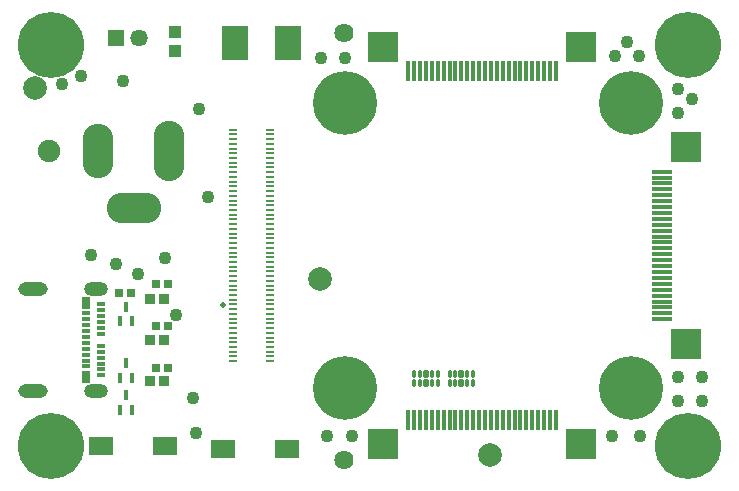
<source format=gts>
G04*
G04 #@! TF.GenerationSoftware,Altium Limited,Altium Designer,22.1.2 (22)*
G04*
G04 Layer_Color=8388736*
%FSLAX44Y44*%
%MOMM*%
G71*
G04*
G04 #@! TF.SameCoordinates,1DDC4F2B-D6A1-42C8-8689-2AC68E1864CF*
G04*
G04*
G04 #@! TF.FilePolarity,Negative*
G04*
G01*
G75*
%ADD36R,0.4016X1.7016*%
%ADD37R,2.5016X2.5016*%
%ADD38R,2.5016X2.5016*%
%ADD39R,1.7016X0.4016*%
%ADD40R,2.5016X2.5016*%
%ADD41R,2.5016X2.5016*%
%ADD42C,1.1016*%
%ADD43R,0.6516X0.7516*%
%ADD44R,0.4016X0.8116*%
%ADD45R,0.8000X0.4000*%
%ADD46R,0.8000X1.1000*%
%ADD47R,0.8016X0.2816*%
%ADD48C,2.0000*%
G04:AMPARAMS|DCode=49|XSize=0.34mm|YSize=0.705mm|CornerRadius=0.12mm|HoleSize=0mm|Usage=FLASHONLY|Rotation=0.000|XOffset=0mm|YOffset=0mm|HoleType=Round|Shape=RoundedRectangle|*
%AMROUNDEDRECTD49*
21,1,0.3400,0.4650,0,0,0.0*
21,1,0.1000,0.7050,0,0,0.0*
1,1,0.2400,0.0500,-0.2325*
1,1,0.2400,-0.0500,-0.2325*
1,1,0.2400,-0.0500,0.2325*
1,1,0.2400,0.0500,0.2325*
%
%ADD49ROUNDEDRECTD49*%
G04:AMPARAMS|DCode=50|XSize=0.54mm|YSize=0.705mm|CornerRadius=0.12mm|HoleSize=0mm|Usage=FLASHONLY|Rotation=0.000|XOffset=0mm|YOffset=0mm|HoleType=Round|Shape=RoundedRectangle|*
%AMROUNDEDRECTD50*
21,1,0.5400,0.4650,0,0,0.0*
21,1,0.3000,0.7050,0,0,0.0*
1,1,0.2400,0.1500,-0.2325*
1,1,0.2400,-0.1500,-0.2325*
1,1,0.2400,-0.1500,0.2325*
1,1,0.2400,0.1500,0.2325*
%
%ADD50ROUNDEDRECTD50*%
%ADD51R,0.9016X0.9016*%
%ADD52R,2.2606X2.8446*%
%ADD53R,1.1016X1.0016*%
%ADD54R,2.1016X1.6016*%
%ADD55C,5.4000*%
%ADD56C,5.6016*%
%ADD57O,2.0000X1.2000*%
%ADD58O,2.5000X1.2000*%
%ADD59R,1.4696X1.4696*%
%ADD60C,1.4696*%
%ADD61C,1.9016*%
%ADD62O,2.6000X4.6000*%
%ADD63O,2.6000X5.1000*%
%ADD64O,4.6000X2.6000*%
%ADD65C,1.6256*%
%ADD66C,0.5080*%
%ADD67C,0.6080*%
D36*
X332700Y52270D02*
D03*
X337700D02*
D03*
X342700D02*
D03*
X347700D02*
D03*
X352700D02*
D03*
X357700D02*
D03*
X362700D02*
D03*
X367700D02*
D03*
X372700D02*
D03*
X377700D02*
D03*
X382700D02*
D03*
X387700D02*
D03*
X392700D02*
D03*
X397700D02*
D03*
X402700D02*
D03*
X407700D02*
D03*
X412700D02*
D03*
X417700D02*
D03*
X422700D02*
D03*
X427700D02*
D03*
X432700D02*
D03*
X437700D02*
D03*
X442700D02*
D03*
X447700D02*
D03*
X452700D02*
D03*
X457700D02*
D03*
Y347730D02*
D03*
X452700D02*
D03*
X447700D02*
D03*
X442700D02*
D03*
X437700D02*
D03*
X432700D02*
D03*
X427700D02*
D03*
X422700D02*
D03*
X417700D02*
D03*
X412700D02*
D03*
X407700D02*
D03*
X402700D02*
D03*
X397700D02*
D03*
X392700D02*
D03*
X387700D02*
D03*
X382700D02*
D03*
X377700D02*
D03*
X372700D02*
D03*
X367700D02*
D03*
X362700D02*
D03*
X357700D02*
D03*
X352700D02*
D03*
X347700D02*
D03*
X342700D02*
D03*
X337700D02*
D03*
X332700D02*
D03*
D37*
X311700Y32270D02*
D03*
X478700Y367730D02*
D03*
D38*
Y32270D02*
D03*
X311700Y367730D02*
D03*
D39*
X547700Y137500D02*
D03*
Y142500D02*
D03*
Y147500D02*
D03*
Y152500D02*
D03*
Y157500D02*
D03*
Y162500D02*
D03*
Y167500D02*
D03*
Y172500D02*
D03*
Y177500D02*
D03*
Y182500D02*
D03*
Y187500D02*
D03*
Y192500D02*
D03*
Y197500D02*
D03*
Y202500D02*
D03*
Y207500D02*
D03*
Y212500D02*
D03*
Y217500D02*
D03*
Y222500D02*
D03*
Y227500D02*
D03*
Y232500D02*
D03*
Y237500D02*
D03*
Y242500D02*
D03*
Y247500D02*
D03*
Y252500D02*
D03*
Y257500D02*
D03*
Y262500D02*
D03*
D40*
X567700Y116500D02*
D03*
D41*
Y283500D02*
D03*
D42*
X103652Y175907D02*
D03*
X85000Y184000D02*
D03*
X126612Y189609D02*
D03*
X136000Y141000D02*
D03*
X63901Y191901D02*
D03*
X561100Y89000D02*
D03*
X581700D02*
D03*
X284800Y38800D02*
D03*
X258800Y358800D02*
D03*
X581700Y68600D02*
D03*
X91000Y339400D02*
D03*
X561100Y68600D02*
D03*
X162900Y241400D02*
D03*
X263800Y38800D02*
D03*
X528500Y360200D02*
D03*
X528700Y38800D02*
D03*
X56000Y343775D02*
D03*
X517900Y372400D02*
D03*
X39811Y336270D02*
D03*
X153100Y40800D02*
D03*
X507400Y360200D02*
D03*
X155157Y315488D02*
D03*
X150200Y70600D02*
D03*
X505300Y38800D02*
D03*
X561100Y332086D02*
D03*
Y311800D02*
D03*
X573400Y324300D02*
D03*
X279100Y358800D02*
D03*
D43*
X119000Y96578D02*
D03*
X129000D02*
D03*
X98000Y160000D02*
D03*
X88000D02*
D03*
X119000Y132000D02*
D03*
X129000D02*
D03*
X119000Y167000D02*
D03*
X129000D02*
D03*
D44*
X94000Y100100D02*
D03*
X99000Y87900D02*
D03*
X89000D02*
D03*
X94000Y148100D02*
D03*
X99000Y135900D02*
D03*
X89000D02*
D03*
X94000Y73100D02*
D03*
X99000Y60900D02*
D03*
X89000D02*
D03*
D45*
X59500Y97500D02*
D03*
Y102500D02*
D03*
X72500Y150000D02*
D03*
Y145000D02*
D03*
Y140000D02*
D03*
Y135000D02*
D03*
Y130000D02*
D03*
Y125000D02*
D03*
Y115000D02*
D03*
Y110000D02*
D03*
Y105000D02*
D03*
Y100000D02*
D03*
Y95000D02*
D03*
Y90000D02*
D03*
X59500Y107500D02*
D03*
Y112500D02*
D03*
Y117500D02*
D03*
Y122500D02*
D03*
Y127500D02*
D03*
Y132500D02*
D03*
Y137500D02*
D03*
Y142500D02*
D03*
D46*
Y89000D02*
D03*
Y151000D02*
D03*
D47*
X215400Y298000D02*
D03*
Y294000D02*
D03*
Y290000D02*
D03*
Y286000D02*
D03*
Y282000D02*
D03*
Y278000D02*
D03*
Y274000D02*
D03*
Y270000D02*
D03*
Y266000D02*
D03*
Y262000D02*
D03*
Y258000D02*
D03*
Y254000D02*
D03*
Y250000D02*
D03*
Y246000D02*
D03*
Y242000D02*
D03*
Y238000D02*
D03*
Y234000D02*
D03*
Y230000D02*
D03*
Y226000D02*
D03*
Y222000D02*
D03*
Y218000D02*
D03*
Y214000D02*
D03*
Y210000D02*
D03*
Y206000D02*
D03*
Y202000D02*
D03*
Y198000D02*
D03*
Y194000D02*
D03*
Y190000D02*
D03*
Y186000D02*
D03*
Y182000D02*
D03*
Y178000D02*
D03*
Y174000D02*
D03*
Y170000D02*
D03*
Y166000D02*
D03*
Y162000D02*
D03*
Y158000D02*
D03*
Y154000D02*
D03*
Y150000D02*
D03*
Y146000D02*
D03*
Y142000D02*
D03*
Y138000D02*
D03*
Y134000D02*
D03*
Y130000D02*
D03*
Y126000D02*
D03*
Y122000D02*
D03*
Y118000D02*
D03*
Y114000D02*
D03*
Y110000D02*
D03*
Y106000D02*
D03*
Y102000D02*
D03*
X184600Y298000D02*
D03*
Y294000D02*
D03*
Y290000D02*
D03*
Y286000D02*
D03*
Y282000D02*
D03*
Y278000D02*
D03*
Y274000D02*
D03*
Y270000D02*
D03*
Y266000D02*
D03*
Y262000D02*
D03*
Y258000D02*
D03*
Y254000D02*
D03*
Y250000D02*
D03*
Y246000D02*
D03*
Y242000D02*
D03*
Y238000D02*
D03*
Y234000D02*
D03*
Y230000D02*
D03*
Y226000D02*
D03*
Y222000D02*
D03*
Y218000D02*
D03*
Y214000D02*
D03*
Y210000D02*
D03*
Y206000D02*
D03*
Y202000D02*
D03*
Y198000D02*
D03*
Y194000D02*
D03*
Y190000D02*
D03*
Y186000D02*
D03*
Y182000D02*
D03*
Y178000D02*
D03*
Y174000D02*
D03*
Y170000D02*
D03*
Y166000D02*
D03*
Y162000D02*
D03*
Y158000D02*
D03*
Y154000D02*
D03*
Y150000D02*
D03*
Y146000D02*
D03*
Y142000D02*
D03*
Y138000D02*
D03*
Y134000D02*
D03*
Y130000D02*
D03*
Y126000D02*
D03*
Y122000D02*
D03*
Y118000D02*
D03*
Y114000D02*
D03*
Y110000D02*
D03*
Y106000D02*
D03*
Y102000D02*
D03*
D48*
X258300Y171700D02*
D03*
X16464Y333461D02*
D03*
X402100Y22700D02*
D03*
D49*
X367700Y91525D02*
D03*
X372700D02*
D03*
X382700D02*
D03*
X387700D02*
D03*
Y83175D02*
D03*
X382700D02*
D03*
X372700D02*
D03*
X367700D02*
D03*
X337700Y91525D02*
D03*
X342700D02*
D03*
X352700D02*
D03*
X357700D02*
D03*
Y83175D02*
D03*
X352700D02*
D03*
X342700D02*
D03*
X337700D02*
D03*
D50*
X377700Y91525D02*
D03*
Y83175D02*
D03*
X347700Y91525D02*
D03*
Y83175D02*
D03*
D51*
X113750Y85000D02*
D03*
X126250D02*
D03*
X113750Y120000D02*
D03*
X126250D02*
D03*
X113750Y155000D02*
D03*
X126250D02*
D03*
D52*
X230533Y371217D02*
D03*
X186333D02*
D03*
D53*
X135000Y380500D02*
D03*
Y364500D02*
D03*
D54*
X230300Y28000D02*
D03*
X176300D02*
D03*
X73000Y30000D02*
D03*
X127000D02*
D03*
D55*
X521000Y79000D02*
D03*
X279000D02*
D03*
X521000Y321000D02*
D03*
X279000D02*
D03*
D56*
X570000Y370000D02*
D03*
Y30000D02*
D03*
X30000Y370000D02*
D03*
Y30000D02*
D03*
D57*
X68400Y163200D02*
D03*
Y76800D02*
D03*
D58*
X14800Y163200D02*
D03*
Y76800D02*
D03*
D59*
X85000Y375500D02*
D03*
D60*
X105000D02*
D03*
D61*
X28500Y280000D02*
D03*
D62*
X70250Y280000D02*
D03*
D63*
X130250Y280000D02*
D03*
D64*
X100500Y231750D02*
D03*
D65*
X278700Y379700D02*
D03*
X278000Y18700D02*
D03*
D66*
X175831Y149584D02*
D03*
D67*
X541750Y79000D02*
D03*
X500250D02*
D03*
X521000Y58250D02*
D03*
Y99750D02*
D03*
X299750Y79000D02*
D03*
X258250D02*
D03*
X279000Y58250D02*
D03*
Y99750D02*
D03*
X541750Y321000D02*
D03*
X500250D02*
D03*
X521000Y300250D02*
D03*
Y341750D02*
D03*
X299750Y321000D02*
D03*
X258250D02*
D03*
X279000Y300250D02*
D03*
Y341750D02*
D03*
M02*

</source>
